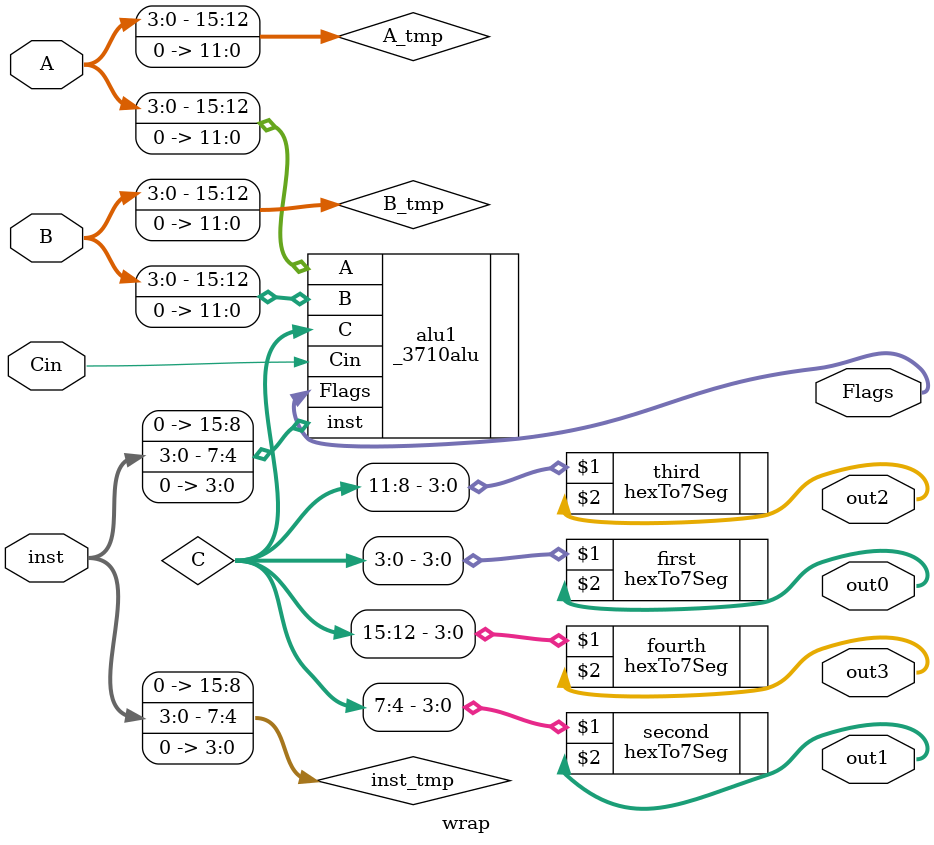
<source format=v>

module wrap (A, B, out0, out1, out2, out3, Cin, inst, Flags);

input [3:0] A, B, inst;
input Cin;

output wire [4:0] Flags;
output wire [6:0] out0, out1, out2, out3;

wire [15:0] C;
reg [15:0] A_tmp, B_tmp, inst_tmp;

always@ (A, B, Cin, inst)
begin	
		
		A_tmp = {A,12'b0};
		B_tmp = {B, 12'b0};
		inst_tmp = {8'b0, inst, 4'b0};

end

 _3710alu alu1 (
	.A(A_tmp),
	.B(B_tmp),
	.C(C),
	.Cin(Cin),
	.inst(inst_tmp),
	.Flags(Flags)
 );
 
 hexTo7Seg first(C[3:0],out0);
 hexTo7Seg second(C[7:4],out1);
 hexTo7Seg third(C[11:8],out2);
 hexTo7Seg fourth(C[15:12],out3);

endmodule

</source>
